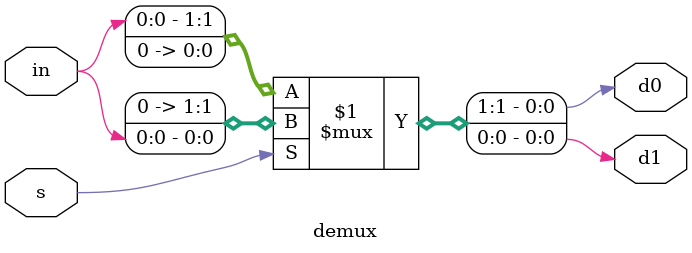
<source format=v>
`timescale 1ns / 1ps


module demux(
input wire in,s,
output wire d0,d1
    );
    
    assign {d0,d1} = s ? {1'b0,in} : {in,1'b0};
endmodule

</source>
